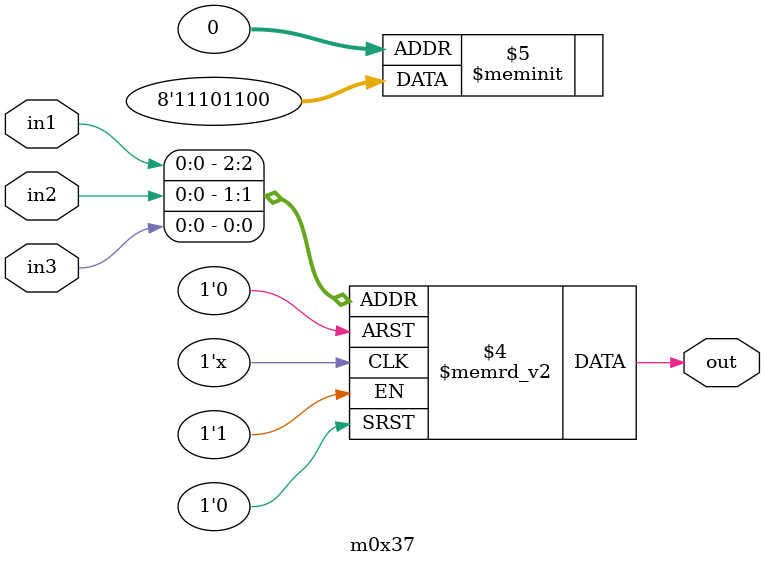
<source format=v>
module m0x37(output out, input in1, in2, in3);

   always @(in1, in2, in3)
     begin
        case({in1, in2, in3})
          3'b000: {out} = 1'b0;
          3'b001: {out} = 1'b0;
          3'b010: {out} = 1'b1;
          3'b011: {out} = 1'b1;
          3'b100: {out} = 1'b0;
          3'b101: {out} = 1'b1;
          3'b110: {out} = 1'b1;
          3'b111: {out} = 1'b1;
        endcase // case ({in1, in2, in3})
     end // always @ (in1, in2, in3)

endmodule // m0x37
</source>
